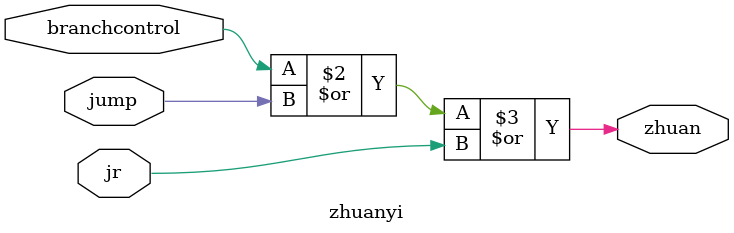
<source format=v>
`timescale 1ns / 1ps


module zhuanyi(branchcontrol,jump,jr,zhuan);
    input branchcontrol,jump,jr;
    output reg zhuan;
    initial zhuan=0;
    always @ (*) zhuan=branchcontrol|jump|jr;
endmodule

</source>
